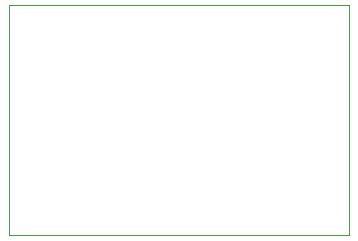
<source format=gbr>
G04 #@! TF.GenerationSoftware,KiCad,Pcbnew,5.1.9*
G04 #@! TF.CreationDate,2021-03-07T10:51:21+01:00*
G04 #@! TF.ProjectId,UniAmp,556e6941-6d70-42e6-9b69-6361645f7063,rev?*
G04 #@! TF.SameCoordinates,Original*
G04 #@! TF.FileFunction,Paste,Bot*
G04 #@! TF.FilePolarity,Positive*
%FSLAX46Y46*%
G04 Gerber Fmt 4.6, Leading zero omitted, Abs format (unit mm)*
G04 Created by KiCad (PCBNEW 5.1.9) date 2021-03-07 10:51:21*
%MOMM*%
%LPD*%
G01*
G04 APERTURE LIST*
G04 #@! TA.AperFunction,Profile*
%ADD10C,0.050000*%
G04 #@! TD*
G04 APERTURE END LIST*
D10*
X113010000Y-56530000D02*
X113010000Y-75960000D01*
X141850000Y-56530000D02*
X113010000Y-56530000D01*
X141850000Y-75960000D02*
X141850000Y-56530000D01*
X113010000Y-75960000D02*
X141850000Y-75960000D01*
M02*

</source>
